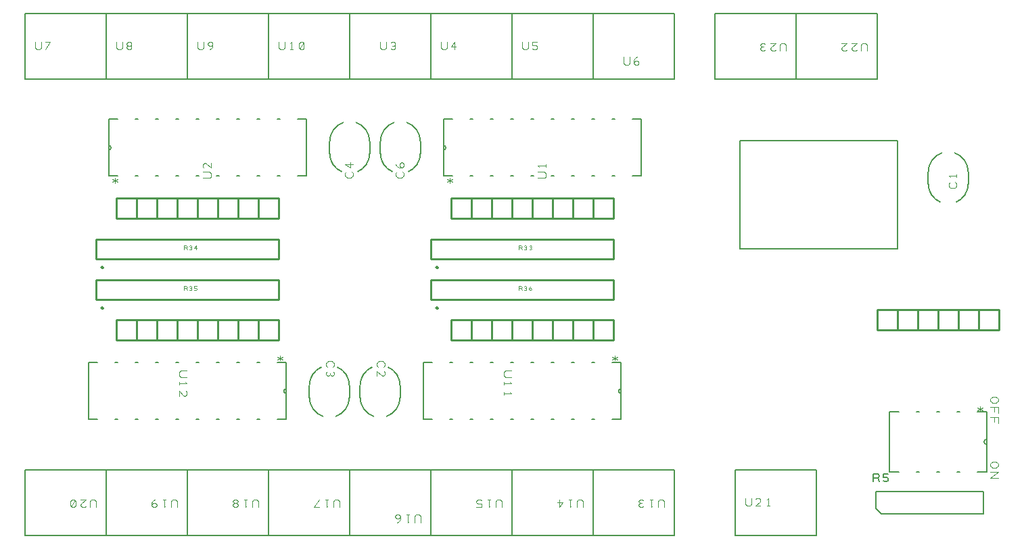
<source format=gbr>
%FSLAX35Y35*%
%MOIN*%
G04 EasyPC Gerber Version 18.0.8 Build 3632 *
%ADD21C,0.00100*%
%ADD13C,0.00300*%
%ADD11C,0.00500*%
%ADD12C,0.00600*%
%ADD14C,0.01000*%
X0Y0D02*
D02*
D11*
X433250Y35687D02*
Y39437D01*
X435437*
X436063Y39125*
X436375Y38500*
X436063Y37875*
X435437Y37563*
X433250*
X435437D02*
X436375Y35687D01*
X438250Y36000D02*
X438875Y35687D01*
X439813*
X440437Y36000*
X440750Y36625*
Y36937*
X440437Y37563*
X439813Y37875*
X438250*
Y39437*
X440750*
X434750Y30750D02*
X487750D01*
Y19750*
X437250*
X434750Y22250*
Y30750*
D02*
D12*
X15250Y234150D02*
X55250D01*
Y266350*
X15250*
Y234150*
X51057Y66250D02*
X46450D01*
Y94250*
X51057*
X55250Y41350D02*
X15250D01*
Y9150*
X55250*
Y41350*
Y234150D02*
X95250D01*
Y266350*
X55250*
Y234150*
X56450Y199050D02*
G75*
G03Y201450J1200D01*
G01*
X59443Y66250D02*
X61057D01*
Y94250D02*
X59443D01*
X61057Y214250D02*
X56450D01*
Y186250*
X60940*
X69443Y66250D02*
X71057D01*
X69560Y186250D02*
X71057D01*
Y94250D02*
X69443D01*
X71057Y214250D02*
X69443D01*
X79443Y66250D02*
X81057D01*
X79443Y186250D02*
X81057D01*
Y94250D02*
X79443D01*
X81057Y214250D02*
X79443D01*
X89443Y66250D02*
X91057D01*
X89443Y186250D02*
X91057D01*
Y94250D02*
X89443D01*
X91057Y214250D02*
X89443D01*
X95250Y41350D02*
X55250D01*
Y9150*
X95250*
Y41350*
Y234150D02*
X135250D01*
Y266350*
X95250*
Y234150*
X99443Y66250D02*
X101057D01*
X99443Y186250D02*
X101057D01*
Y94250D02*
X99443D01*
X101057Y214250D02*
X99443D01*
X109443Y66250D02*
X111057D01*
X109443Y186250D02*
X111057D01*
Y94250D02*
X109443D01*
X111057Y214250D02*
X109443D01*
X119443Y66250D02*
X121057D01*
X119443Y186250D02*
X121057D01*
Y94250D02*
X119443D01*
X121057Y214250D02*
X119443D01*
X129443Y66250D02*
X131057D01*
X129443Y186250D02*
X131057D01*
X130940Y94250D02*
X129443D01*
X131057Y214250D02*
X129443D01*
X135250Y41350D02*
X95250D01*
Y9150*
X135250*
Y41350*
Y234150D02*
X175250D01*
Y266350*
X135250*
Y234150*
X139443Y66250D02*
X144050D01*
Y94250*
X139560*
X139443Y186250D02*
X141057D01*
Y214250D02*
X139443D01*
X144050Y81450D02*
G75*
G03Y79050J-1200D01*
G01*
X149443Y214250D02*
X154050D01*
Y186250*
X149443*
X161240Y92039D02*
G75*
G03X155400Y83043I4010J-8997D01*
G01*
Y77143*
G75*
G03X162057Y67824I9850*
G01*
X168443D02*
G75*
G03X175100Y77143I-3193J9318D01*
G01*
Y83043*
G75*
G03X169260Y92039I-9850*
G01*
X172057Y212676D02*
G75*
G03X165400Y203357I3193J-9318D01*
G01*
Y197457*
G75*
G03X171240Y188461I9850*
G01*
X175250Y41350D02*
X135250D01*
Y9150*
X175250*
Y41350*
Y234150D02*
X215250D01*
Y266350*
X175250*
Y234150*
X179260Y188461D02*
G75*
G03X185100Y197457I-4010J8997D01*
G01*
Y203357*
G75*
G03X178443Y212676I-9850*
G01*
X186240Y92039D02*
G75*
G03X180400Y83043I4010J-8997D01*
G01*
Y77143*
G75*
G03X187057Y67824I9850*
G01*
X193443D02*
G75*
G03X200100Y77143I-3193J9318D01*
G01*
Y83043*
G75*
G03X194260Y92039I-9850*
G01*
X197057Y212676D02*
G75*
G03X190400Y203357I3193J-9318D01*
G01*
Y197457*
G75*
G03X196240Y188461I9850*
G01*
X204260D02*
G75*
G03X210100Y197457I-4010J8997D01*
G01*
Y203357*
G75*
G03X203443Y212676I-9850*
G01*
X215250Y41350D02*
X175250D01*
Y9150*
X215250*
Y41350*
Y234150D02*
X255250D01*
Y266350*
X215250*
Y234150*
X216057Y66250D02*
X211450D01*
Y94250*
X216057*
X221450Y199050D02*
G75*
G03Y201450J1200D01*
G01*
X224443Y66250D02*
X226057D01*
Y94250D02*
X224443D01*
X226057Y214250D02*
X221450D01*
Y186250*
X225940*
X234443Y66250D02*
X236057D01*
X234560Y186250D02*
X236057D01*
Y94250D02*
X234443D01*
X236057Y214250D02*
X234443D01*
X244443Y66250D02*
X246057D01*
X244443Y186250D02*
X246057D01*
Y94250D02*
X244443D01*
X246057Y214250D02*
X244443D01*
X254443Y66250D02*
X256057D01*
X254443Y186250D02*
X256057D01*
X255250Y41350D02*
X215250D01*
Y9150*
X255250*
Y41350*
Y234150D02*
X295250D01*
Y266350*
X255250*
Y234150*
X256057Y94250D02*
X254443D01*
X256057Y214250D02*
X254443D01*
X264443Y66250D02*
X266057D01*
X264443Y186250D02*
X266057D01*
Y94250D02*
X264443D01*
X266057Y214250D02*
X264443D01*
X274443Y66250D02*
X276057D01*
X274443Y186250D02*
X276057D01*
Y94250D02*
X274443D01*
X276057Y214250D02*
X274443D01*
X284443Y66250D02*
X286057D01*
X284443Y186250D02*
X286057D01*
Y94250D02*
X284443D01*
X286057Y214250D02*
X284443D01*
X294443Y66250D02*
X296057D01*
X294443Y186250D02*
X296057D01*
X295250Y41350D02*
X255250D01*
Y9150*
X295250*
Y41350*
Y234150D02*
X335250D01*
Y266350*
X295250*
Y234150*
X295940Y94250D02*
X294443D01*
X296057Y214250D02*
X294443D01*
X304443Y66250D02*
X309050D01*
Y94250*
X304560*
X304443Y186250D02*
X306057D01*
Y214250D02*
X304443D01*
X309050Y81450D02*
G75*
G03Y79050J-1200D01*
G01*
X314443Y214250D02*
X319050D01*
Y186250*
X314443*
X335250Y41350D02*
X295250D01*
Y9150*
X335250*
Y41350*
X365250Y9150D02*
X405250D01*
Y41350*
X365250*
Y9150*
X367750Y150250D02*
X445250D01*
Y203850*
X367750*
Y150250*
X395250Y266350D02*
X355250D01*
Y234150*
X395250*
Y266350*
X435250D02*
X395250D01*
Y234150*
X435250*
Y266350*
X445947Y40500D02*
X441350D01*
Y70000*
X445947*
X454553Y40500D02*
X455947D01*
Y70000D02*
X454553D01*
X464553Y40500D02*
X465947D01*
Y70000D02*
X464553D01*
X467057Y197676D02*
G75*
G03X460400Y188357I3193J-9318D01*
G01*
Y182457*
G75*
G03X466240Y173461I9850*
G01*
X474260D02*
G75*
G03X480100Y182457I-4010J8997D01*
G01*
Y188357*
G75*
G03X473443Y197676I-9850*
G01*
X474553Y40500D02*
X475947D01*
X475940Y70000D02*
X474553D01*
X484553Y40500D02*
X489150D01*
Y70000*
X484560*
X489150Y56450D02*
G75*
G03Y54050J-1200D01*
G01*
D02*
D13*
X20250Y252437D02*
Y249625D01*
X20563Y249000*
X21187Y248687*
X22437*
X23063Y249000*
X23375Y249625*
Y252437*
X25250Y248687D02*
X27750Y252437D01*
X25250*
X50250Y23063D02*
Y25875D01*
X49937Y26500*
X49313Y26813*
X48063*
X47437Y26500*
X47125Y25875*
Y23063*
X42750Y26813D02*
X45250D01*
X43063Y24625*
X42750Y24000*
X43063Y23375*
X43687Y23063*
X44625*
X45250Y23375*
X39937Y26500D02*
X39313Y26813D01*
X38687*
X38063Y26500*
X37750Y25875*
Y24000*
X38063Y23375*
X38687Y23063*
X39313*
X39937Y23375*
X40250Y24000*
Y25875*
X39937Y26500*
X38063Y23375*
X60250Y252437D02*
Y249625D01*
X60563Y249000*
X61187Y248687*
X62437*
X63063Y249000*
X63375Y249625*
Y252437*
X66187Y250563D02*
X66813D01*
X67437Y250875*
X67750Y251500*
X67437Y252125*
X66813Y252437*
X66187*
X65563Y252125*
X65250Y251500*
X65563Y250875*
X66187Y250563*
X65563Y250250*
X65250Y249625*
X65563Y249000*
X66187Y248687*
X66813*
X67437Y249000*
X67750Y249625*
X67437Y250250*
X66813Y250563*
X59563Y182750D02*
Y185250D01*
X60813Y183375D02*
X58313Y184625D01*
Y183375D02*
X60813Y184625D01*
X90250Y23063D02*
Y25875D01*
X89937Y26500*
X89313Y26813*
X88063*
X87437Y26500*
X87125Y25875*
Y23063*
X84625Y26813D02*
X83375D01*
X84000D02*
Y23063D01*
X84625Y23687*
X79313Y26813D02*
X78687Y26500D01*
X78063Y25875*
X77750Y24937*
Y24000*
X78063Y23375*
X78687Y23063*
X79313*
X79937Y23375*
X80250Y24000*
X79937Y24625*
X79313Y24937*
X78687*
X78063Y24625*
X77750Y24000*
X94937Y90250D02*
X92125D01*
X91500Y89937*
X91187Y89313*
Y88063*
X91500Y87437*
X92125Y87125*
X94937*
X91187Y84625D02*
Y83375D01*
Y84000D02*
X94937D01*
X94313Y84625*
X91187Y77750D02*
Y80250D01*
X93375Y78063*
X94000Y77750*
X94625Y78063*
X94937Y78687*
Y79625*
X94625Y80250*
X100250Y252437D02*
Y249625D01*
X100563Y249000*
X101187Y248687*
X102437*
X103063Y249000*
X103375Y249625*
Y252437*
X106187Y248687D02*
X106813Y249000D01*
X107437Y249625*
X107750Y250563*
Y251500*
X107437Y252125*
X106813Y252437*
X106187*
X105563Y252125*
X105250Y251500*
X105563Y250875*
X106187Y250563*
X106813*
X107437Y250875*
X107750Y251500*
X103063Y185250D02*
X105875D01*
X106500Y185563*
X106813Y186187*
Y187437*
X106500Y188063*
X105875Y188375*
X103063*
X106813Y192750D02*
Y190250D01*
X104625Y192437*
X104000Y192750*
X103375Y192437*
X103063Y191813*
Y190875*
X103375Y190250*
X130250Y23063D02*
Y25875D01*
X129937Y26500*
X129313Y26813*
X128063*
X127437Y26500*
X127125Y25875*
Y23063*
X124625Y26813D02*
X123375D01*
X124000D02*
Y23063D01*
X124625Y23687*
X119313Y24937D02*
X118687D01*
X118063Y24625*
X117750Y24000*
X118063Y23375*
X118687Y23063*
X119313*
X119937Y23375*
X120250Y24000*
X119937Y24625*
X119313Y24937*
X119937Y25250*
X120250Y25875*
X119937Y26500*
X119313Y26813*
X118687*
X118063Y26500*
X117750Y25875*
X118063Y25250*
X118687Y24937*
X140937Y97750D02*
Y95250D01*
X139687Y97125D02*
X142187Y95875D01*
Y97125D02*
X139687Y95875D01*
X140250Y252437D02*
Y249625D01*
X140563Y249000*
X141187Y248687*
X142437*
X143063Y249000*
X143375Y249625*
Y252437*
X145875Y248687D02*
X147125D01*
X146500D02*
Y252437D01*
X145875Y251813*
X150563Y249000D02*
X151187Y248687D01*
X151813*
X152437Y249000*
X152750Y249625*
Y251500*
X152437Y252125*
X151813Y252437*
X151187*
X150563Y252125*
X150250Y251500*
Y249625*
X150563Y249000*
X152437Y252125*
X164313Y91967D02*
X164000Y92280D01*
X163687Y92905*
Y93843*
X164000Y94467*
X164313Y94780*
X164937Y95093*
X166187*
X166813Y94780*
X167125Y94467*
X167437Y93843*
Y92905*
X167125Y92280*
X166813Y91967*
X164000Y89780D02*
X163687Y89155D01*
Y88530*
X164000Y87905*
X164625Y87593*
X165250Y87905*
X165563Y88530*
Y89155*
Y88530D02*
X165875Y87905D01*
X166500Y87593*
X167125Y87905*
X167437Y88530*
Y89155*
X167125Y89780*
X170250Y23063D02*
Y25875D01*
X169937Y26500*
X169313Y26813*
X168063*
X167437Y26500*
X167125Y25875*
Y23063*
X164625Y26813D02*
X163375D01*
X164000D02*
Y23063D01*
X164625Y23687*
X160250Y26813D02*
X157750Y23063D01*
X160250*
X176187Y188533D02*
X176500Y188220D01*
X176813Y187595*
Y186657*
X176500Y186033*
X176187Y185720*
X175563Y185407*
X174313*
X173687Y185720*
X173375Y186033*
X173063Y186657*
Y187595*
X173375Y188220*
X173687Y188533*
X176813Y191970D02*
X173063D01*
X175563Y190407*
Y192907*
X189313Y91967D02*
X189000Y92280D01*
X188687Y92905*
Y93843*
X189000Y94467*
X189313Y94780*
X189937Y95093*
X191187*
X191813Y94780*
X192125Y94467*
X192437Y93843*
Y92905*
X192125Y92280*
X191813Y91967*
X188687Y87593D02*
Y90093D01*
X190875Y87905*
X191500Y87593*
X192125Y87905*
X192437Y88530*
Y89467*
X192125Y90093*
X190250Y252437D02*
Y249625D01*
X190563Y249000*
X191187Y248687*
X192437*
X193063Y249000*
X193375Y249625*
Y252437*
X195563Y249000D02*
X196187Y248687D01*
X196813*
X197437Y249000*
X197750Y249625*
X197437Y250250*
X196813Y250563*
X196187*
X196813D02*
X197437Y250875D01*
X197750Y251500*
X197437Y252125*
X196813Y252437*
X196187*
X195563Y252125*
X201187Y188533D02*
X201500Y188220D01*
X201813Y187595*
Y186657*
X201500Y186033*
X201187Y185720*
X200563Y185407*
X199313*
X198687Y185720*
X198375Y186033*
X198063Y186657*
Y187595*
X198375Y188220*
X198687Y188533*
X200875Y190407D02*
X200250Y190720D01*
X199937Y191345*
Y191970*
X200250Y192595*
X200875Y192907*
X201500Y192595*
X201813Y191970*
Y191345*
X201500Y190720*
X200875Y190407*
X199937*
X199000Y190720*
X198375Y191345*
X198063Y191970*
X210250Y15563D02*
Y18375D01*
X209937Y19000*
X209313Y19313*
X208063*
X207437Y19000*
X207125Y18375*
Y15563*
X204625Y19313D02*
X203375D01*
X204000D02*
Y15563D01*
X204625Y16187*
X200250Y18375D02*
X199937Y17750D01*
X199313Y17437*
X198687*
X198063Y17750*
X197750Y18375*
X198063Y19000*
X198687Y19313*
X199313*
X199937Y19000*
X200250Y18375*
Y17437*
X199937Y16500*
X199313Y15875*
X198687Y15563*
X220250Y252437D02*
Y249625D01*
X220563Y249000*
X221187Y248687*
X222437*
X223063Y249000*
X223375Y249625*
Y252437*
X226813Y248687D02*
Y252437D01*
X225250Y249937*
X227750*
X224563Y182750D02*
Y185250D01*
X225813Y183375D02*
X223313Y184625D01*
Y183375D02*
X225813Y184625D01*
X250250Y23063D02*
Y25875D01*
X249937Y26500*
X249313Y26813*
X248063*
X247437Y26500*
X247125Y25875*
Y23063*
X244625Y26813D02*
X243375D01*
X244000D02*
Y23063D01*
X244625Y23687*
X240250Y26500D02*
X239625Y26813D01*
X238687*
X238063Y26500*
X237750Y25875*
Y25563*
X238063Y24937*
X238687Y24625*
X240250*
Y23063*
X237750*
X254937Y90250D02*
X252125D01*
X251500Y89937*
X251187Y89313*
Y88063*
X251500Y87437*
X252125Y87125*
X254937*
X251187Y84625D02*
Y83375D01*
Y84000D02*
X254937D01*
X254313Y84625*
X251187Y79625D02*
Y78375D01*
Y79000D02*
X254937D01*
X254313Y79625*
X260250Y252437D02*
Y249625D01*
X260563Y249000*
X261187Y248687*
X262437*
X263063Y249000*
X263375Y249625*
Y252437*
X265250Y249000D02*
X265875Y248687D01*
X266813*
X267437Y249000*
X267750Y249625*
Y249937*
X267437Y250563*
X266813Y250875*
X265250*
Y252437*
X267750*
X268063Y185250D02*
X270875D01*
X271500Y185563*
X271813Y186187*
Y187437*
X271500Y188063*
X270875Y188375*
X268063*
X271813Y190875D02*
Y192125D01*
Y191500D02*
X268063D01*
X268687Y190875*
X290250Y23063D02*
Y25875D01*
X289937Y26500*
X289313Y26813*
X288063*
X287437Y26500*
X287125Y25875*
Y23063*
X284625Y26813D02*
X283375D01*
X284000D02*
Y23063D01*
X284625Y23687*
X278687Y26813D02*
Y23063D01*
X280250Y25563*
X277750*
X305937Y97750D02*
Y95250D01*
X304687Y97125D02*
X307187Y95875D01*
Y97125D02*
X304687Y95875D01*
X310250Y244937D02*
Y242125D01*
X310563Y241500*
X311187Y241187*
X312437*
X313063Y241500*
X313375Y242125*
Y244937*
X315250Y242125D02*
X315563Y242750D01*
X316187Y243063*
X316813*
X317437Y242750*
X317750Y242125*
X317437Y241500*
X316813Y241187*
X316187*
X315563Y241500*
X315250Y242125*
Y243063*
X315563Y244000*
X316187Y244625*
X316813Y244937*
X330250Y23063D02*
Y25875D01*
X329937Y26500*
X329313Y26813*
X328063*
X327437Y26500*
X327125Y25875*
Y23063*
X324625Y26813D02*
X323375D01*
X324000D02*
Y23063D01*
X324625Y23687*
X319937Y26500D02*
X319313Y26813D01*
X318687*
X318063Y26500*
X317750Y25875*
X318063Y25250*
X318687Y24937*
X319313*
X318687D02*
X318063Y24625D01*
X317750Y24000*
X318063Y23375*
X318687Y23063*
X319313*
X319937Y23375*
X370250Y27437D02*
Y24625D01*
X370563Y24000*
X371187Y23687*
X372437*
X373063Y24000*
X373375Y24625*
Y27437*
X377750Y23687D02*
X375250D01*
X377437Y25875*
X377750Y26500*
X377437Y27125*
X376813Y27437*
X375875*
X375250Y27125*
X380875Y23687D02*
X382125D01*
X381500D02*
Y27437D01*
X380875Y26813*
X390250Y248063D02*
Y250875D01*
X389937Y251500*
X389313Y251813*
X388063*
X387437Y251500*
X387125Y250875*
Y248063*
X382750Y251813D02*
X385250D01*
X383063Y249625*
X382750Y249000*
X383063Y248375*
X383687Y248063*
X384625*
X385250Y248375*
X379937Y251500D02*
X379313Y251813D01*
X378687*
X378063Y251500*
X377750Y250875*
X378063Y250250*
X378687Y249937*
X379313*
X378687D02*
X378063Y249625D01*
X377750Y249000*
X378063Y248375*
X378687Y248063*
X379313*
X379937Y248375*
X430250Y248063D02*
Y250875D01*
X429937Y251500*
X429313Y251813*
X428063*
X427437Y251500*
X427125Y250875*
Y248063*
X422750Y251813D02*
X425250D01*
X423063Y249625*
X422750Y249000*
X423063Y248375*
X423687Y248063*
X424625*
X425250Y248375*
X417750Y251813D02*
X420250D01*
X418063Y249625*
X417750Y249000*
X418063Y248375*
X418687Y248063*
X419625*
X420250Y248375*
X473687Y183375D02*
X474000Y183063D01*
X474313Y182437*
Y181500*
X474000Y180875*
X473687Y180563*
X473063Y180250*
X471813*
X471187Y180563*
X470875Y180875*
X470563Y181500*
Y182437*
X470875Y183063*
X471187Y183375*
X474313Y185875D02*
Y187125D01*
Y186500D02*
X470563D01*
X471187Y185875*
X485937Y72750D02*
Y70250D01*
X484687Y72125D02*
X487187Y70875D01*
Y72125D02*
X484687Y70875D01*
X492337Y45500D02*
X493587D01*
X494213Y45187*
X494525Y44875*
X494837Y44250*
Y43625*
X494525Y43000*
X494213Y42687*
X493587Y42375*
X492337*
X491713Y42687*
X491400Y43000*
X491087Y43625*
Y44250*
X491400Y44875*
X491713Y45187*
X492337Y45500*
X491087Y40500D02*
X494837D01*
X491087Y37375*
X494837*
X492337Y77500D02*
X493587D01*
X494213Y77187*
X494525Y76875*
X494837Y76250*
Y75625*
X494525Y75000*
X494213Y74687*
X493587Y74375*
X492337*
X491713Y74687*
X491400Y75000*
X491087Y75625*
Y76250*
X491400Y76875*
X491713Y77187*
X492337Y77500*
X491087Y72500D02*
X494837D01*
Y69375*
X492963Y70000D02*
Y72500D01*
X491087Y67500D02*
X494837D01*
Y64375*
X492963Y65000D02*
Y67500D01*
D02*
D14*
X50348Y125348D02*
Y135152D01*
X140152*
Y125348*
X50348*
Y145348D02*
Y155152D01*
X140152*
Y145348*
X50348*
X53789Y121190D02*
G75*
G02X52827I-481D01*
G01*
X53789D02*
G75*
G02X52827I-481D01*
G01*
G75*
G02X53789I481*
G01*
Y141190D02*
G75*
G02X52827I-481D01*
G01*
X53789D02*
G75*
G02X52827I-481D01*
G01*
G75*
G02X53789I481*
G01*
X60250Y105250D02*
X70250D01*
Y115250*
X60250*
Y105250*
X70250D02*
X80250D01*
Y115250*
X70250*
Y105250*
Y175250D02*
X60250D01*
Y165250*
X70250*
Y175250*
X80250Y105250D02*
X90250D01*
Y115250*
X80250*
Y105250*
Y175250D02*
X70250D01*
Y165250*
X80250*
Y175250*
X90250Y105250D02*
X100250D01*
Y115250*
X90250*
Y105250*
Y175250D02*
X80250D01*
Y165250*
X90250*
Y175250*
X100250Y105250D02*
X110250D01*
Y115250*
X100250*
Y105250*
Y175250D02*
X90250D01*
Y165250*
X100250*
Y175250*
X110250Y105250D02*
X120250D01*
Y115250*
X110250*
Y105250*
Y175250D02*
X100250D01*
Y165250*
X110250*
Y175250*
X120250Y105250D02*
X130250D01*
Y115250*
X120250*
Y105250*
Y175250D02*
X110250D01*
Y165250*
X120250*
Y175250*
X130250Y105250D02*
X140250D01*
Y115250*
X130250*
Y105250*
Y175250D02*
X120250D01*
Y165250*
X130250*
Y175250*
X140250D02*
X130250D01*
Y165250*
X140250*
Y175250*
X215348Y125348D02*
Y135152D01*
X305152*
Y125348*
X215348*
Y145348D02*
Y155152D01*
X305152*
Y145348*
X215348*
X218789Y121190D02*
G75*
G02X217827I-481D01*
G01*
X218789D02*
G75*
G02X217827I-481D01*
G01*
G75*
G02X218789I481*
G01*
Y141190D02*
G75*
G02X217827I-481D01*
G01*
X218789D02*
G75*
G02X217827I-481D01*
G01*
G75*
G02X218789I481*
G01*
X225250Y105250D02*
X235250D01*
Y115250*
X225250*
Y105250*
X235250D02*
X245250D01*
Y115250*
X235250*
Y105250*
Y175250D02*
X225250D01*
Y165250*
X235250*
Y175250*
X245250Y105250D02*
X255250D01*
Y115250*
X245250*
Y105250*
Y175250D02*
X235250D01*
Y165250*
X245250*
Y175250*
X255250Y105250D02*
X265250D01*
Y115250*
X255250*
Y105250*
Y175250D02*
X245250D01*
Y165250*
X255250*
Y175250*
X265250Y105250D02*
X275250D01*
Y115250*
X265250*
Y105250*
Y175250D02*
X255250D01*
Y165250*
X265250*
Y175250*
X275250Y105250D02*
X285250D01*
Y115250*
X275250*
Y105250*
Y175250D02*
X265250D01*
Y165250*
X275250*
Y175250*
X285250Y115250D02*
Y105250D01*
X295250*
Y115250*
X285250*
Y175250D02*
X275250D01*
Y165250*
X285250*
Y175250*
X295250D02*
X285250D01*
Y165250*
X295250*
Y175250*
X305250Y115250D02*
X295250D01*
Y105250*
X305250*
Y115250*
Y175250D02*
X295250D01*
Y165250*
X305250*
Y175250*
X435250Y120250D02*
Y110250D01*
X445250*
Y120250*
X435250*
X445250D02*
Y110250D01*
X455250*
Y120250*
X445250*
X455250D02*
Y110250D01*
X465250*
Y120250*
X455250*
X465250D02*
Y110250D01*
X475250*
Y120250*
X465250*
X475250D02*
Y110250D01*
X485250*
Y120250*
X475250*
X495250Y110250D02*
Y120250D01*
X485250*
Y110250*
X495250*
D02*
D21*
X93653Y130072D02*
Y131947D01*
X94746*
X95059Y131791*
X95215Y131478*
X95059Y131166*
X94746Y131009*
X93653*
X94746D02*
X95215Y130072D01*
X96309Y130228D02*
X96622Y130072D01*
X96934*
X97246Y130228*
X97403Y130541*
X97246Y130853*
X96934Y131009*
X96622*
X96934D02*
X97246Y131166D01*
X97403Y131478*
X97246Y131791*
X96934Y131947*
X96622*
X96309Y131791*
X98653Y130228D02*
X98965Y130072D01*
X99434*
X99746Y130228*
X99903Y130541*
Y130697*
X99746Y131009*
X99434Y131166*
X98653*
Y131947*
X99903*
X93653Y150072D02*
Y151947D01*
X94746*
X95059Y151791*
X95215Y151478*
X95059Y151166*
X94746Y151009*
X93653*
X94746D02*
X95215Y150072D01*
X96309Y150228D02*
X96622Y150072D01*
X96934*
X97246Y150228*
X97403Y150541*
X97246Y150853*
X96934Y151009*
X96622*
X96934D02*
X97246Y151166D01*
X97403Y151478*
X97246Y151791*
X96934Y151947*
X96622*
X96309Y151791*
X99434Y150072D02*
Y151947D01*
X98653Y150697*
X99903*
X258653Y130072D02*
Y131947D01*
X259746*
X260059Y131791*
X260215Y131478*
X260059Y131166*
X259746Y131009*
X258653*
X259746D02*
X260215Y130072D01*
X261309Y130228D02*
X261622Y130072D01*
X261934*
X262246Y130228*
X262403Y130541*
X262246Y130853*
X261934Y131009*
X261622*
X261934D02*
X262246Y131166D01*
X262403Y131478*
X262246Y131791*
X261934Y131947*
X261622*
X261309Y131791*
X263653Y130541D02*
X263809Y130853D01*
X264122Y131009*
X264434*
X264746Y130853*
X264903Y130541*
X264746Y130228*
X264434Y130072*
X264122*
X263809Y130228*
X263653Y130541*
Y131009*
X263809Y131478*
X264122Y131791*
X264434Y131947*
X258653Y150072D02*
Y151947D01*
X259746*
X260059Y151791*
X260215Y151478*
X260059Y151166*
X259746Y151009*
X258653*
X259746D02*
X260215Y150072D01*
X261309Y150228D02*
X261622Y150072D01*
X261934*
X262246Y150228*
X262403Y150541*
X262246Y150853*
X261934Y151009*
X261622*
X261934D02*
X262246Y151166D01*
X262403Y151478*
X262246Y151791*
X261934Y151947*
X261622*
X261309Y151791*
X263809Y150228D02*
X264122Y150072D01*
X264434*
X264746Y150228*
X264903Y150541*
X264746Y150853*
X264434Y151009*
X264122*
X264434D02*
X264746Y151166D01*
X264903Y151478*
X264746Y151791*
X264434Y151947*
X264122*
X263809Y151791*
X0Y0D02*
M02*

</source>
